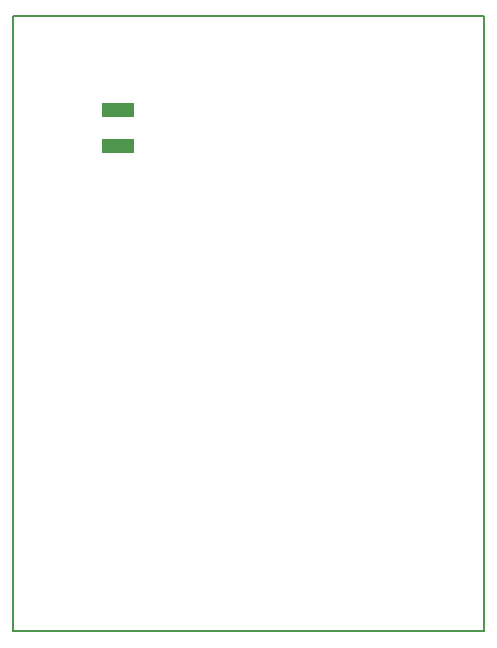
<source format=gbr>
G04 PROTEUS GERBER X2 FILE*
%TF.GenerationSoftware,Labcenter,Proteus,8.5-SP0-Build22067*%
%TF.CreationDate,2019-11-03T13:44:13+00:00*%
%TF.FileFunction,Paste,Top*%
%TF.FilePolarity,Positive*%
%TF.Part,Single*%
%FSLAX45Y45*%
%MOMM*%
G01*
%TA.AperFunction,Material*%
%ADD46R,2.692400X1.143000*%
%TA.AperFunction,Profile*%
%ADD25C,0.203200*%
D46*
X-1016000Y+1524000D03*
X-1016000Y+1824000D03*
D25*
X-1904000Y-2587000D02*
X+2085000Y-2587000D01*
X+2085000Y+2620000D01*
X-1904000Y+2620000D01*
X-1904000Y-2587000D01*
M02*

</source>
